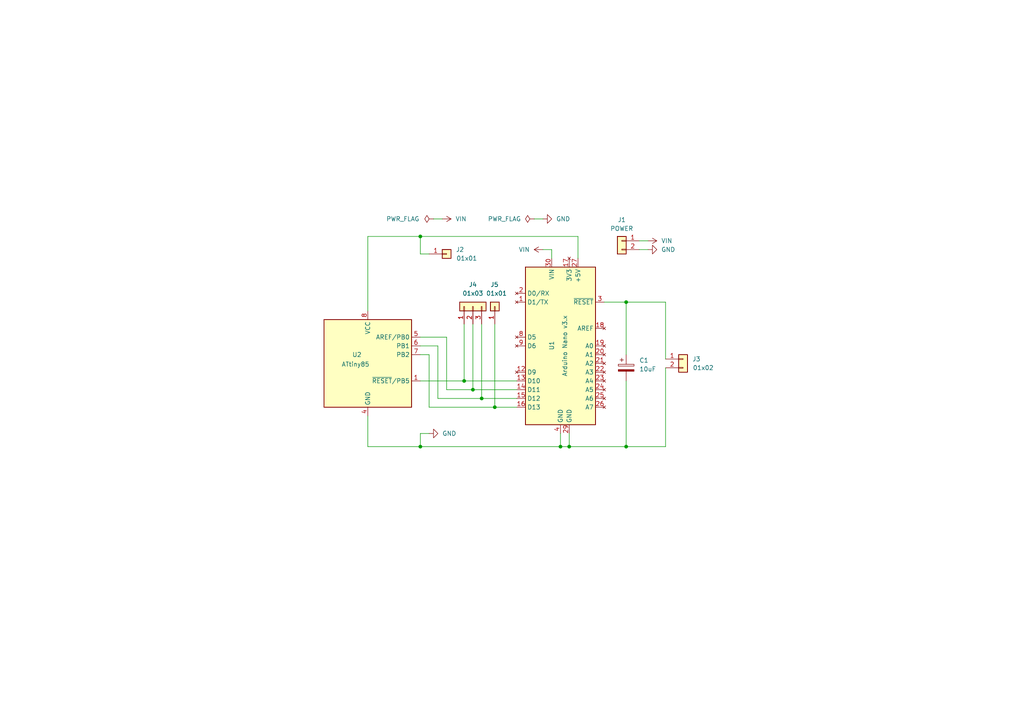
<source format=kicad_sch>
(kicad_sch (version 20250114) (generator "eeschema") (generator_version "9.0")
  (paper "A4")
  (lib_symbols
    (symbol "Connector_Generic:Conn_01x01" (pin_names (offset 1.016) (hide yes))
      (property "Reference" "J" (at 0 2.54 0))
      (property "Value" "Conn_01x01" (at 0 -2.54 0))
      (symbol "Conn_01x01_1_1"
        (rectangle (start -1.27 1.27) (end 1.27 -1.27) (stroke (width 0.254)) (fill (type background)))
        (rectangle (start -1.27 0.127) (end 0 -0.127) (stroke (width 0.1524)))
        (pin passive line (at -5.08 0 0) (length 3.81) (name "Pin_1") (number "1"))
      )
    )
    (symbol "Connector_Generic:Conn_01x02" (pin_names (offset 1.016) (hide yes))
      (property "Reference" "J" (at 0 2.54 0))
      (property "Value" "Conn_01x02" (at 0 -5.08 0))
      (symbol "Conn_01x02_1_1"
        (rectangle (start -1.27 1.27) (end 1.27 -3.81) (stroke (width 0.254)) (fill (type background)))
        (rectangle (start -1.27 0.127) (end 0 -0.127) (stroke (width 0.1524)))
        (rectangle (start -1.27 -2.413) (end 0 -2.667) (stroke (width 0.1524)))
        (pin passive line (at -5.08 0 0) (length 3.81) (name "Pin_1") (number "1"))
        (pin passive line (at -5.08 -2.54 0) (length 3.81) (name "Pin_2") (number "2"))
      )
    )
    (symbol "Connector_Generic:Conn_01x03" (pin_names (offset 1.016) (hide yes))
      (property "Reference" "J" (at 0 5.08 0))
      (property "Value" "Conn_01x03" (at 0 -5.08 0))
      (symbol "Conn_01x03_1_1"
        (rectangle (start -1.27 3.81) (end 1.27 -3.81) (stroke (width 0.254)) (fill (type background)))
        (rectangle (start -1.27 2.667) (end 0 2.413) (stroke (width 0.1524)))
        (rectangle (start -1.27 0.127) (end 0 -0.127) (stroke (width 0.1524)))
        (rectangle (start -1.27 -2.413) (end 0 -2.667) (stroke (width 0.1524)))
        (pin passive line (at -5.08 2.54 0) (length 3.81) (name "Pin_1") (number "1"))
        (pin passive line (at -5.08 0 0) (length 3.81) (name "Pin_2") (number "2"))
        (pin passive line (at -5.08 -2.54 0) (length 3.81) (name "Pin_3") (number "3"))
      )
    )
    (symbol "Device:C_Polarized" (pin_numbers (hide yes)) (pin_names (offset 0.254))
      (property "Reference" "C" (at 0.635 2.54 0))
      (property "Value" "C_Polarized" (at 0.635 -2.54 0))
      (symbol "C_Polarized_0_1"
        (rectangle (start -2.286 0.508) (end 2.286 1.016))
        (polyline (pts (xy -1.778 2.286) (xy -0.762 2.286)))
        (polyline (pts (xy -1.27 2.794) (xy -1.27 1.778)))
        (rectangle (start 2.286 -0.508) (end -2.286 -1.016) (fill (type outline)))
      )
      (symbol "C_Polarized_1_1"
        (pin passive line (at 0 3.81 270) (length 2.794) (name "~") (number "1"))
        (pin passive line (at 0 -3.81 90) (length 2.794) (name "~") (number "2"))
      )
    )
    (symbol "MCU_Microchip_ATtiny:ATtiny85-20P"
      (property "Reference" "U2" (at -13.97 1.2701 0))
      (property "Value" "ATtiny85" (at -13.97 -1.2699 0))
      (symbol "ATtiny85-20P_0_1"
        (rectangle (start -12.7 -12.7) (end 12.7 12.7) (stroke (width 0.254)) (fill (type background)))
      )
      (symbol "ATtiny85-20P_1_1"
        (pin power_in line (at 0 15.24 270) (length 2.54) (name "VCC") (number "8"))
        (pin power_in line (at 0 -15.24 90) (length 2.54) (name "GND") (number "4"))
        (pin bidirectional line (at 15.24 7.62 180) (length 2.54) (name "AREF/PB0") (number "5"))
        (pin bidirectional line (at 15.24 5.08 180) (length 2.54) (name "PB1") (number "6"))
        (pin bidirectional line (at 15.24 2.54 180) (length 2.54) (name "PB2") (number "7"))
        (pin bidirectional line (at 15.24 -5.08 180) (length 2.54) (name "~{RESET}/PB5") (number "1"))
      )
    )
    (symbol "MCU_Module:Arduino_Nano_v3.x"
      (property "Reference" "U1" (at -2.54 -1.27 90))
      (property "Value" "Arduino Nano v3.x" (at 1.27 -8.89 90))
      (symbol "Arduino_Nano_v3.x_0_1"
        (rectangle (start -10.16 22.86) (end 10.16 -22.86) (stroke (width 0.254)) (fill (type background)))
      )
      (symbol "Arduino_Nano_v3.x_1_1"
        (pin no_connect line (at -12.7 15.24 0) (length 2.54) (name "D0/RX") (number "2"))
        (pin no_connect line (at -12.7 12.7 0) (length 2.54) (name "D1/TX") (number "1"))
        (pin no_connect line (at -12.7 2.54 0) (length 2.54) (name "D5") (number "8"))
        (pin no_connect line (at -12.7 0 0) (length 2.54) (name "D6") (number "9"))
        (pin no_connect line (at -12.7 -7.62 0) (length 2.54) (name "D9") (number "12"))
        (pin bidirectional line (at -12.7 -10.16 0) (length 2.54) (name "D10") (number "13"))
        (pin bidirectional line (at -12.7 -12.7 0) (length 2.54) (name "D11") (number "14"))
        (pin bidirectional line (at -12.7 -15.24 0) (length 2.54) (name "D12") (number "15"))
        (pin bidirectional line (at -12.7 -17.78 0) (length 2.54) (name "D13") (number "16"))
        (pin power_in line (at -2.54 25.4 270) (length 2.54) (name "VIN") (number "30"))
        (pin power_in line (at 0 -25.4 90) (length 2.54) (name "GND") (number "4"))
        (pin no_connect line (at 2.54 25.4 270) (length 2.54) (name "3V3") (number "17"))
        (pin power_in line (at 2.54 -25.4 90) (length 2.54) (name "GND") (number "29"))
        (pin power_out line (at 5.08 25.4 270) (length 2.54) (name "+5V") (number "27"))
        (pin input line (at 12.7 12.7 180) (length 2.54) (name "~{RESET}") (number "3"))
        (pin no_connect line (at 12.7 5.08 180) (length 2.54) (name "AREF") (number "18"))
        (pin no_connect line (at 12.7 0 180) (length 2.54) (name "A0") (number "19"))
        (pin no_connect line (at 12.7 -2.54 180) (length 2.54) (name "A1") (number "20"))
        (pin no_connect line (at 12.7 -5.08 180) (length 2.54) (name "A2") (number "21"))
        (pin no_connect line (at 12.7 -7.62 180) (length 2.54) (name "A3") (number "22"))
        (pin no_connect line (at 12.7 -10.16 180) (length 2.54) (name "A4") (number "23"))
        (pin no_connect line (at 12.7 -12.7 180) (length 2.54) (name "A5") (number "24"))
        (pin no_connect line (at 12.7 -15.24 180) (length 2.54) (name "A6") (number "25"))
        (pin no_connect line (at 12.7 -17.78 180) (length 2.54) (name "A7") (number "26"))
      )
    )
    (symbol "power:+5V" (power) (pin_names (offset 0))
      (property "Value" "+5V" (at 0 3.556 0))
      (symbol "+5V_0_1"
        (polyline (pts (xy -0.762 1.27) (xy 0 2.54)))
        (polyline (pts (xy 0 2.54) (xy 0.762 1.27)))
        (polyline (pts (xy 0 0) (xy 0 2.54)))
      )
      (symbol "+5V_1_1"
        (pin power_in line (at 0 0 90) (length 0) (hide yes) (name "+5V") (number "1"))
      )
    )
    (symbol "power:GND" (power) (pin_names (offset 0))
      (property "Value" "GND" (at 0 -3.81 0))
      (symbol "GND_0_1"
        (polyline (pts (xy 0 0) (xy 0 -1.27) (xy 1.27 -1.27) (xy 0 -2.54) (xy -1.27 -1.27) (xy 0 -1.27)))
      )
      (symbol "GND_1_1"
        (pin power_in line (at 0 0 270) (length 0) (hide yes) (name "GND") (number "1"))
      )
    )
    (symbol "power:PWR_FLAG" (power) (pin_numbers (hide yes)) (pin_names (offset 0) (hide yes))
      (property "Value" "PWR_FLAG" (at 0 3.81 0))
      (symbol "PWR_FLAG_0_0"
        (pin power_out line (at 0 0 90) (length 0) (name "pwr") (number "1"))
      )
      (symbol "PWR_FLAG_0_1"
        (polyline (pts (xy 0 0) (xy 0 1.27) (xy -1.016 1.905) (xy 0 2.54) (xy 1.016 1.905) (xy 0 1.27)))
      )
    )
  )
  (junction (at 121.92 129.54))
  (junction (at 162.56 129.54))
  (junction (at 134.62 110.49))
  (junction (at 181.61 129.54))
  (junction (at 121.92 68.58))
  (junction (at 181.61 87.63))
  (junction (at 139.7 115.57))
  (junction (at 137.16 113.03))
  (junction (at 143.51 118.11))
  (junction (at 165.1 129.54))
  (wire (pts (xy 121.92 110.49) (xy 134.62 110.49)))
  (wire (pts (xy 121.92 129.54) (xy 162.56 129.54)))
  (wire (pts (xy 165.1 125.73) (xy 165.1 129.54)))
  (wire (pts (xy 139.7 93.98) (xy 139.7 115.57)))
  (wire (pts (xy 137.16 93.98) (xy 137.16 113.03)))
  (wire (pts (xy 181.61 110.49) (xy 181.61 129.54)))
  (wire (pts (xy 143.51 93.98) (xy 143.51 118.11)))
  (wire (pts (xy 121.92 68.58) (xy 121.92 73.66)))
  (wire (pts (xy 181.61 87.63) (xy 181.61 102.87)))
  (wire (pts (xy 160.02 72.39) (xy 160.02 74.93)))
  (wire (pts (xy 193.04 87.63) (xy 181.61 87.63)))
  (wire (pts (xy 185.42 72.39) (xy 187.96 72.39)))
  (wire (pts (xy 129.54 113.03) (xy 137.16 113.03)))
  (wire (pts (xy 124.46 125.73) (xy 121.92 125.73)))
  (wire (pts (xy 134.62 93.98) (xy 134.62 110.49)))
  (wire (pts (xy 137.16 113.03) (xy 149.86 113.03)))
  (wire (pts (xy 157.48 72.39) (xy 160.02 72.39)))
  (wire (pts (xy 106.68 68.58) (xy 121.92 68.58)))
  (wire (pts (xy 134.62 110.49) (xy 149.86 110.49)))
  (wire (pts (xy 167.64 68.58) (xy 167.64 74.93)))
  (wire (pts (xy 106.68 68.58) (xy 106.68 90.17)))
  (wire (pts (xy 185.42 69.85) (xy 187.96 69.85)))
  (wire (pts (xy 124.46 118.11) (xy 143.51 118.11)))
  (wire (pts (xy 139.7 115.57) (xy 149.86 115.57)))
  (wire (pts (xy 193.04 106.68) (xy 193.04 129.54)))
  (wire (pts (xy 121.92 102.87) (xy 124.46 102.87)))
  (wire (pts (xy 125.73 63.5) (xy 128.27 63.5)))
  (wire (pts (xy 121.92 125.73) (xy 121.92 129.54)))
  (wire (pts (xy 106.68 129.54) (xy 121.92 129.54)))
  (wire (pts (xy 127 100.33) (xy 127 115.57)))
  (wire (pts (xy 127 115.57) (xy 139.7 115.57)))
  (wire (pts (xy 106.68 120.65) (xy 106.68 129.54)))
  (wire (pts (xy 124.46 73.66) (xy 121.92 73.66)))
  (wire (pts (xy 121.92 100.33) (xy 127 100.33)))
  (wire (pts (xy 165.1 129.54) (xy 181.61 129.54)))
  (wire (pts (xy 121.92 97.79) (xy 129.54 97.79)))
  (wire (pts (xy 154.94 63.5) (xy 157.48 63.5)))
  (wire (pts (xy 129.54 97.79) (xy 129.54 113.03)))
  (wire (pts (xy 143.51 118.11) (xy 149.86 118.11)))
  (wire (pts (xy 193.04 129.54) (xy 181.61 129.54)))
  (wire (pts (xy 124.46 102.87) (xy 124.46 118.11)))
  (wire (pts (xy 193.04 104.14) (xy 193.04 87.63)))
  (wire (pts (xy 162.56 129.54) (xy 165.1 129.54)))
  (wire (pts (xy 162.56 125.73) (xy 162.56 129.54)))
  (wire (pts (xy 175.26 87.63) (xy 181.61 87.63)))
  (wire (pts (xy 121.92 68.58) (xy 167.64 68.58)))
  (symbol (lib_id "Connector_Generic:Conn_01x01") (at 143.51 88.9 90) (unit 1)
    (property "Reference" "J5" (at 142.24 82.55 90) (effects (justify right)))
    (property "Value" "01x01" (at 140.97 85.09 90) (effects (justify right)))
    (property "Footprint" "Connector_PinHeader_2.54mm:PinHeader_1x01_P2.54mm_Vertical" (effects (hide yes)))
  )
  (symbol (lib_id "power:GND") (at 124.46 125.73 90) (unit 1)
    (property "Reference" "#PWR02" (effects (hide yes)))
    (property "Value" "GND" (at 128.27 125.7299 90) (effects (justify right)))
  )
  (symbol (lib_id "power:+5V") (at 157.48 72.39 90) (unit 1)
    (property "Reference" "#PWR04" (effects (hide yes)))
    (property "Value" "VIN" (at 153.67 72.39 90) (effects (justify left)))
  )
  (symbol (lib_id "Connector_Generic:Conn_01x01") (at 129.54 73.66 0) (unit 1)
    (property "Reference" "J2" (at 134.62 72.39 0) (effects (justify right)))
    (property "Value" "01x01" (at 138.43 74.93 0) (effects (justify right)))
    (property "Footprint" "Connector_PinHeader_2.54mm:PinHeader_1x01_P2.54mm_Vertical" (effects (hide yes)))
  )
  (symbol (lib_id "power:PWR_FLAG") (at 154.94 63.5 90) (unit 1)
    (property "Reference" "#FLG02" (effects (hide yes)))
    (property "Value" "PWR_FLAG" (at 151.13 63.5 90) (effects (justify left)))
  )
  (symbol (lib_id "power:+5V") (at 187.96 69.85 270) (unit 1)
    (property "Reference" "#PWR05" (effects (hide yes)))
    (property "Value" "VIN" (at 191.77 69.85 90) (effects (justify left)))
  )
  (symbol (lib_id "power:PWR_FLAG") (at 125.73 63.5 90) (unit 1)
    (property "Reference" "#FLG01" (effects (hide yes)))
    (property "Value" "PWR_FLAG" (at 116.84 63.5 90))
  )
  (symbol (lib_id "Connector_Generic:Conn_01x03") (at 137.16 88.9 90) (unit 1)
    (property "Reference" "J4" (at 137.16 82.55 90))
    (property "Value" "01x03" (at 137.16 85.09 90))
    (property "Footprint" "Connector_PinHeader_2.54mm:PinHeader_1x03_P2.54mm_Vertical" (effects (hide yes)))
  )
  (symbol (lib_id "Connector_Generic:Conn_01x02") (at 198.12 104.14 0) (unit 1)
    (property "Reference" "J3" (at 203.2 104.14 0) (effects (justify right)))
    (property "Value" "01x02" (at 207.01 106.68 0) (effects (justify right)))
    (property "Footprint" "Connector_PinHeader_2.54mm:PinHeader_1x02_P2.54mm_Vertical" (effects (hide yes)))
  )
  (symbol (lib_id "MCU_Module:Arduino_Nano_v3.x") (at 162.56 100.33 0) (unit 1)
    (property "Reference" "U1" (at 160.02 101.6 90) (effects (justify left)))
    (property "Value" "Arduino Nano v3.x" (at 163.83 109.22 90) (effects (justify left)))
    (property "Footprint" "Custom:Arduino_Nano_v3" (effects (hide yes)))
    (property "Datasheet" "http://www.mouser.com/pdfdocs/Gravitech_Arduino_Nano3_0.pdf" (effects (hide yes)))
  )
  (symbol (lib_id "Device:C_Polarized") (at 181.61 106.68 0) (unit 1)
    (property "Reference" "C1" (at 185.42 104.5209 0) (effects (justify left)))
    (property "Value" "10uF" (at 185.42 107.0609 0) (effects (justify left)))
    (property "Footprint" "Capacitor_THT:CP_Radial_D5.0mm_P2.50mm" (effects (hide yes)))
  )
  (symbol (lib_id "power:GND") (at 187.96 72.39 90) (unit 1)
    (property "Reference" "#PWR06" (effects (hide yes)))
    (property "Value" "GND" (at 191.77 72.39 90) (effects (justify right)))
  )
  (symbol (lib_id "MCU_Microchip_ATtiny:ATtiny85-20P") (at 106.68 105.41 0) (unit 1)
    (property "Reference" "U2" (at 104.902 102.87 0) (effects (justify right)))
    (property "Value" "ATtiny85" (at 107.188 105.664 0) (effects (justify right)))
    (property "Footprint" "Package_DIP:DIP-8_W7.62mm" (effects (hide yes)))
    (property "Datasheet" "http://ww1.microchip.com/downloads/en/DeviceDoc/atmel-2586-avr-8-bit-microcontroller-attiny25-attiny45-attiny85_datasheet.pdf" (effects (hide yes)))
  )
  (symbol (lib_id "power:+5V") (at 128.27 63.5 270) (unit 1)
    (property "Reference" "#PWR01" (effects (hide yes)))
    (property "Value" "VIN" (at 132.08 63.5 90) (effects (justify left)))
  )
  (symbol (lib_id "power:GND") (at 157.48 63.5 90) (unit 1)
    (property "Reference" "#PWR03" (effects (hide yes)))
    (property "Value" "GND" (at 161.29 63.5 90) (effects (justify right)))
  )
  (symbol (lib_id "Connector_Generic:Conn_01x02") (at 180.34 69.85 0) (mirror y) (unit 1)
    (property "Reference" "J1" (at 180.34 63.754 0))
    (property "Value" "POWER" (at 180.34 66.294 0))
    (property "Footprint" "Connector_PinHeader_2.54mm:PinHeader_1x02_P2.54mm_Vertical" (effects (hide yes)))
  )
)
</source>
